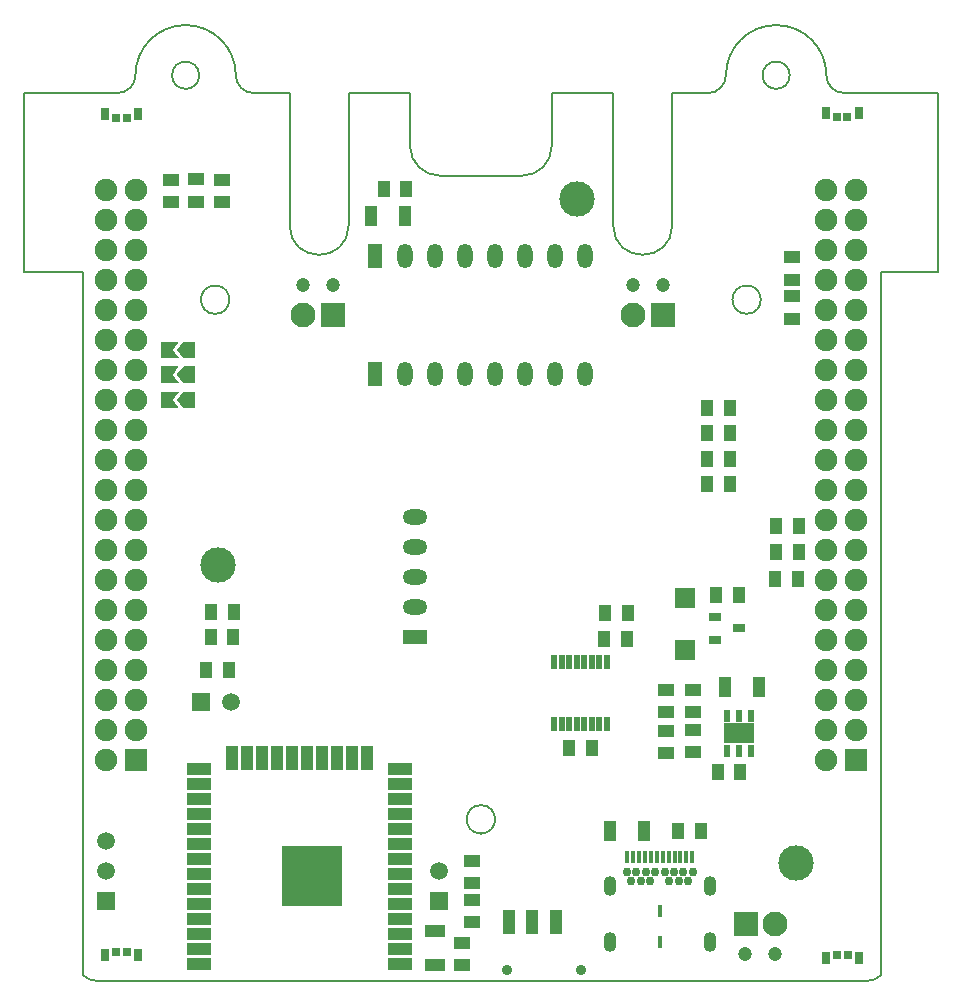
<source format=gts>
%TF.GenerationSoftware,KiCad,Pcbnew,(5.1.6-0-10_14)*%
%TF.CreationDate,2021-04-08T13:38:14+02:00*%
%TF.ProjectId,gb-mainboard,67622d6d-6169-46e6-926f-6172642e6b69,rev?*%
%TF.SameCoordinates,Original*%
%TF.FileFunction,Soldermask,Top*%
%TF.FilePolarity,Negative*%
%FSLAX46Y46*%
G04 Gerber Fmt 4.6, Leading zero omitted, Abs format (unit mm)*
G04 Created by KiCad (PCBNEW (5.1.6-0-10_14)) date 2021-04-08 13:38:14*
%MOMM*%
%LPD*%
G01*
G04 APERTURE LIST*
%TA.AperFunction,Profile*%
%ADD10C,0.150000*%
%TD*%
%ADD11O,2.100000X1.300000*%
%ADD12R,2.100000X1.300000*%
%ADD13C,3.000000*%
%ADD14R,1.000000X1.400000*%
%ADD15R,2.100000X1.000000*%
%ADD16R,1.000000X2.100000*%
%ADD17R,5.100000X5.100000*%
%ADD18R,1.300000X2.100000*%
%ADD19O,1.300000X2.100000*%
%ADD20R,1.900000X1.900000*%
%ADD21C,1.900000*%
%ADD22C,0.750000*%
%ADD23O,1.100000X1.700000*%
%ADD24R,0.400000X1.100000*%
%ADD25R,0.300000X1.100000*%
%ADD26R,2.100000X2.100000*%
%ADD27C,2.100000*%
%ADD28C,1.200000*%
%ADD29R,1.000000X1.800000*%
%ADD30R,1.400000X1.000000*%
%ADD31R,0.500000X1.300000*%
%ADD32R,0.600000X1.000000*%
%ADD33R,2.600000X1.700000*%
%ADD34R,1.100000X0.700000*%
%ADD35R,1.100000X2.000000*%
%ADD36C,0.900000*%
%ADD37R,1.800000X1.000000*%
%ADD38R,0.700000X0.700000*%
%ADD39R,0.700000X1.000000*%
%ADD40C,1.500000*%
%ADD41R,1.500000X1.500000*%
%ADD42R,1.800000X1.700000*%
%ADD43C,0.100000*%
G04 APERTURE END LIST*
D10*
X154959999Y-58430000D02*
G75*
G02*
X152659999Y-58430000I-1150000J0D01*
G01*
X152659999Y-58430000D02*
G75*
G02*
X154959999Y-58430000I1150000J0D01*
G01*
X102660000Y-58430000D02*
G75*
G02*
X104960000Y-58430000I1150000J0D01*
G01*
X104960000Y-58430000D02*
G75*
G02*
X102660000Y-58430000I-1150000J0D01*
G01*
X106310000Y-78630000D02*
G75*
G02*
X106310000Y-76230000I0J1200000D01*
G01*
X106310000Y-76230000D02*
G75*
G02*
X106310000Y-78630000I0J-1200000D01*
G01*
X151309999Y-78630000D02*
G75*
G02*
X151309999Y-76230000I0J1200000D01*
G01*
X151309999Y-76230000D02*
G75*
G02*
X151309999Y-78630000I0J-1200000D01*
G01*
X128809999Y-122630000D02*
X128809999Y-122630000D01*
X128809999Y-122630000D02*
G75*
G02*
X128809999Y-120230000I0J1200000D01*
G01*
X128809999Y-120230000D02*
G75*
G02*
X128809999Y-122630000I0J-1200000D01*
G01*
X167509999Y-59930000D02*
X167509999Y-75130000D01*
X159559999Y-59930000D02*
X167509999Y-59930000D01*
X159559999Y-59930000D02*
G75*
G02*
X158059999Y-58430000I547J1500547D01*
G01*
X153809997Y-54180000D02*
G75*
G02*
X158059999Y-58430000I-1549J-4251551D01*
G01*
X149559998Y-58433101D02*
G75*
G02*
X153809999Y-54180000I4251551J1550D01*
G01*
X149559998Y-58429999D02*
G75*
G02*
X148059999Y-59930000I-1500547J546D01*
G01*
X145009999Y-59930000D02*
X148059999Y-59930000D01*
X145009999Y-71130000D02*
X145009999Y-59930000D01*
X145009999Y-71130000D02*
G75*
G02*
X140009999Y-71130000I-2500000J0D01*
G01*
X140009999Y-59930000D02*
X140009999Y-71130000D01*
X134809999Y-59930000D02*
X140009999Y-59930000D01*
X134809999Y-64430000D02*
X134809999Y-59930000D01*
X134809998Y-64430000D02*
G75*
G02*
X132309999Y-66930000I-2509490J9490D01*
G01*
X125309999Y-66930000D02*
X132309999Y-66930000D01*
X125309999Y-66930001D02*
G75*
G02*
X122809999Y-64430000I9491J2509491D01*
G01*
X122809999Y-59930000D02*
X122809999Y-64430000D01*
X117610000Y-59930000D02*
X122809999Y-59930000D01*
X117610000Y-71130000D02*
X117610000Y-59930000D01*
X117610001Y-71130000D02*
G75*
G02*
X112609999Y-71130000I-2500001J0D01*
G01*
X112609999Y-59930000D02*
X112609999Y-71130000D01*
X109560000Y-59930000D02*
X112609999Y-59930000D01*
X109560000Y-59930000D02*
G75*
G02*
X108060000Y-58430000I547J1500547D01*
G01*
X103809998Y-54180000D02*
G75*
G02*
X108060000Y-58430000I-1549J-4251551D01*
G01*
X99559999Y-58430001D02*
G75*
G02*
X103810000Y-54180000I4251551J-1550D01*
G01*
X99559999Y-58429999D02*
G75*
G02*
X98060000Y-59930000I-1500547J546D01*
G01*
X95110000Y-134630000D02*
X95110000Y-75120000D01*
X96433000Y-135130000D02*
G75*
G02*
X95110000Y-134630000I-1315J1996850D01*
G01*
X161387000Y-135130001D02*
X96433000Y-135130000D01*
X162710000Y-134630000D02*
G75*
G02*
X161387000Y-135130001I-1321686J1496849D01*
G01*
X162710000Y-75130000D02*
X162710000Y-134630000D01*
X167509999Y-75130000D02*
X162710000Y-75130000D01*
X90110000Y-59930000D02*
X98060000Y-59930000D01*
X90110000Y-75130000D02*
X90110000Y-59930000D01*
X95110000Y-75120000D02*
X90110000Y-75130000D01*
D11*
%TO.C,BRD102*%
X123207000Y-95871000D03*
X123207000Y-98411000D03*
X123207000Y-100951000D03*
X123207000Y-103491000D03*
D12*
X123207000Y-106031000D03*
%TD*%
D13*
%TO.C,VAL\u002A\u002A*%
X106560000Y-99930000D03*
%TD*%
%TO.C,VAL\u002A\u002A*%
X155460000Y-125130000D03*
%TD*%
%TO.C,VAL\u002A\u002A*%
X136960000Y-68930000D03*
%TD*%
D14*
%TO.C,DL108*%
X147961000Y-86600000D03*
X149861000Y-86600000D03*
%TD*%
%TO.C,DL109*%
X149861000Y-90918000D03*
X147961000Y-90918000D03*
%TD*%
%TO.C,R109*%
X149861000Y-88759000D03*
X147961000Y-88759000D03*
%TD*%
%TO.C,R110*%
X147961000Y-93077000D03*
X149861000Y-93077000D03*
%TD*%
D15*
%TO.C,U101*%
X104978000Y-133717000D03*
X104978000Y-132447000D03*
X104978000Y-131177000D03*
X104978000Y-129907000D03*
X104978000Y-128637000D03*
X104978000Y-127367000D03*
X104978000Y-126097000D03*
X104978000Y-124827000D03*
X104978000Y-123557000D03*
X104978000Y-122287000D03*
X104978000Y-121017000D03*
X104978000Y-119747000D03*
X104978000Y-118477000D03*
X104978000Y-117207000D03*
D16*
X107763000Y-116207000D03*
X109033000Y-116207000D03*
X110303000Y-116207000D03*
X111573000Y-116207000D03*
X112843000Y-116207000D03*
X114113000Y-116207000D03*
X115383000Y-116207000D03*
X116653000Y-116207000D03*
X117923000Y-116207000D03*
X119193000Y-116207000D03*
D15*
X121978000Y-117207000D03*
X121978000Y-118477000D03*
X121978000Y-119747000D03*
X121978000Y-121017000D03*
X121978000Y-122287000D03*
X121978000Y-123557000D03*
X121978000Y-124827000D03*
X121978000Y-126097000D03*
X121978000Y-127367000D03*
X121978000Y-128637000D03*
X121978000Y-129907000D03*
X121978000Y-131177000D03*
X121978000Y-132447000D03*
X121978000Y-133717000D03*
D17*
X114478000Y-126217000D03*
%TD*%
D18*
%TO.C,BRD101*%
X119828000Y-73696000D03*
X119828000Y-83756000D03*
D19*
X122368000Y-73696000D03*
X122368000Y-83756000D03*
X124908000Y-73696000D03*
X124908000Y-83756000D03*
X127448000Y-73696000D03*
X127448000Y-83756000D03*
X129988000Y-73696000D03*
X129988000Y-83756000D03*
X132528000Y-73696000D03*
X132528000Y-83756000D03*
X135068000Y-73696000D03*
X135068000Y-83756000D03*
X137608000Y-73696000D03*
X137608000Y-83756000D03*
%TD*%
D20*
%TO.C,P101*%
X160595000Y-116445000D03*
D21*
X158055000Y-116445000D03*
X160595000Y-113905000D03*
X158055000Y-113905000D03*
X160595000Y-111365000D03*
X158055000Y-111365000D03*
X160595000Y-108825000D03*
X158055000Y-108825000D03*
X160595000Y-106285000D03*
X158055000Y-106285000D03*
X160595000Y-103745000D03*
X158055000Y-103745000D03*
X160595000Y-101205000D03*
X158055000Y-101205000D03*
X160595000Y-98665000D03*
X158055000Y-98665000D03*
X160595000Y-96125000D03*
X158055000Y-96125000D03*
X160595000Y-93585000D03*
X158055000Y-93585000D03*
X160595000Y-91045000D03*
X158055000Y-91045000D03*
X160595000Y-88505000D03*
X158055000Y-88505000D03*
X160595000Y-85965000D03*
X158055000Y-85965000D03*
X160595000Y-83425000D03*
X158055000Y-83425000D03*
X160595000Y-80885000D03*
X158055000Y-80885000D03*
X160595000Y-78345000D03*
X158055000Y-78345000D03*
X160595000Y-75805000D03*
X158055000Y-75805000D03*
X160595000Y-73265000D03*
X158055000Y-73265000D03*
X160595000Y-70725000D03*
X158055000Y-70725000D03*
X160595000Y-68185000D03*
X158055000Y-68185000D03*
%TD*%
%TO.C,P102*%
X97095000Y-68185000D03*
X99635000Y-68185000D03*
X97095000Y-70725000D03*
X99635000Y-70725000D03*
X97095000Y-73265000D03*
X99635000Y-73265000D03*
X97095000Y-75805000D03*
X99635000Y-75805000D03*
X97095000Y-78345000D03*
X99635000Y-78345000D03*
X97095000Y-80885000D03*
X99635000Y-80885000D03*
X97095000Y-83425000D03*
X99635000Y-83425000D03*
X97095000Y-85965000D03*
X99635000Y-85965000D03*
X97095000Y-88505000D03*
X99635000Y-88505000D03*
X97095000Y-91045000D03*
X99635000Y-91045000D03*
X97095000Y-93585000D03*
X99635000Y-93585000D03*
X97095000Y-96125000D03*
X99635000Y-96125000D03*
X97095000Y-98665000D03*
X99635000Y-98665000D03*
X97095000Y-101205000D03*
X99635000Y-101205000D03*
X97095000Y-103745000D03*
X99635000Y-103745000D03*
X97095000Y-106285000D03*
X99635000Y-106285000D03*
X97095000Y-108825000D03*
X99635000Y-108825000D03*
X97095000Y-111365000D03*
X99635000Y-111365000D03*
X97095000Y-113905000D03*
X99635000Y-113905000D03*
X97095000Y-116445000D03*
D20*
X99635000Y-116445000D03*
%TD*%
D22*
%TO.C,P105*%
X146758000Y-125888000D03*
X146358000Y-126613000D03*
X145958000Y-125888000D03*
X145158000Y-125888000D03*
X144358000Y-125888000D03*
X143558000Y-125888000D03*
X142758000Y-125888000D03*
X141958000Y-125888000D03*
X141158000Y-125888000D03*
X145558000Y-126613000D03*
X144758000Y-126613000D03*
X143158000Y-126613000D03*
X142358000Y-126613000D03*
X141558000Y-126613000D03*
D23*
X148208000Y-127038000D03*
X139708000Y-127038000D03*
X148208000Y-131788000D03*
X139708000Y-131788000D03*
D24*
X141208000Y-124638000D03*
X141708000Y-124638000D03*
X142208000Y-124638000D03*
X142708000Y-124638000D03*
X143208000Y-124638000D03*
X143708000Y-124638000D03*
X144208000Y-124638000D03*
X144708000Y-124638000D03*
X145208000Y-124638000D03*
X145708000Y-124638000D03*
X146208000Y-124638000D03*
X146708000Y-124638000D03*
D25*
X143958000Y-131788000D03*
X143958000Y-129188000D03*
%TD*%
D26*
%TO.C,P103*%
X116252000Y-78726000D03*
D27*
X113752000Y-78726000D03*
D28*
X116272000Y-76186000D03*
X113732000Y-76186000D03*
%TD*%
D26*
%TO.C,P104*%
X144192000Y-78726000D03*
D27*
X141692000Y-78726000D03*
D28*
X144212000Y-76186000D03*
X141672000Y-76186000D03*
%TD*%
D14*
%TO.C,C101*%
X139259000Y-106158000D03*
X141159000Y-106158000D03*
%TD*%
%TO.C,C102*%
X138177000Y-115429000D03*
X136277000Y-115429000D03*
%TD*%
D29*
%TO.C,C103*%
X142614000Y-122414000D03*
X139714000Y-122414000D03*
%TD*%
D14*
%TO.C,C104*%
X139325000Y-103999000D03*
X141225000Y-103999000D03*
%TD*%
D30*
%TO.C,DL101*%
X146752000Y-112376000D03*
X146752000Y-110476000D03*
%TD*%
%TO.C,DL102*%
X144466000Y-110476000D03*
X144466000Y-112376000D03*
%TD*%
%TO.C,R101*%
X146752000Y-115744000D03*
X146752000Y-113844000D03*
%TD*%
%TO.C,R102*%
X144466000Y-113910000D03*
X144466000Y-115810000D03*
%TD*%
D14*
%TO.C,R103*%
X150750000Y-117461000D03*
X148850000Y-117461000D03*
%TD*%
D31*
%TO.C,U102*%
X135004500Y-113330000D03*
X135639500Y-113330000D03*
X136274500Y-113330000D03*
X136909500Y-113330000D03*
X137544500Y-113330000D03*
X138179500Y-113330000D03*
X138814500Y-113330000D03*
X139449500Y-113330000D03*
X139449500Y-108130000D03*
X138814500Y-108130000D03*
X138179500Y-108130000D03*
X137544500Y-108130000D03*
X136909500Y-108130000D03*
X136274500Y-108130000D03*
X135639500Y-108130000D03*
X135004500Y-108130000D03*
%TD*%
D32*
%TO.C,U103*%
X151689000Y-112659000D03*
X150689000Y-112659000D03*
X149689000Y-112659000D03*
X149689000Y-115659000D03*
X150689000Y-115659000D03*
X151689000Y-115659000D03*
D33*
X150689000Y-114159000D03*
%TD*%
D29*
%TO.C,C105*%
X152393000Y-110222000D03*
X149493000Y-110222000D03*
%TD*%
D14*
%TO.C,DL103*%
X107885000Y-103872000D03*
X105985000Y-103872000D03*
%TD*%
D34*
%TO.C,Q101*%
X148673000Y-104319000D03*
X148673000Y-106219000D03*
X150673000Y-105269000D03*
%TD*%
D14*
%TO.C,R104*%
X148723000Y-102475000D03*
X150623000Y-102475000D03*
%TD*%
%TO.C,R105*%
X107824000Y-106031000D03*
X105924000Y-106031000D03*
%TD*%
D35*
%TO.C,SW101*%
X135179000Y-130155000D03*
D36*
X131054000Y-134205000D03*
X137304000Y-134205000D03*
D35*
X133179000Y-130155000D03*
X131179000Y-130155000D03*
%TD*%
D30*
%TO.C,C106*%
X128083000Y-126854000D03*
X128083000Y-124954000D03*
%TD*%
D37*
%TO.C,C107*%
X124908000Y-133770000D03*
X124908000Y-130870000D03*
%TD*%
D30*
%TO.C,C108*%
X127194000Y-131878000D03*
X127194000Y-133778000D03*
%TD*%
D14*
%TO.C,C109*%
X107443000Y-108825000D03*
X105543000Y-108825000D03*
%TD*%
D29*
%TO.C,C110*%
X122421000Y-70344000D03*
X119521000Y-70344000D03*
%TD*%
D14*
%TO.C,C111*%
X120595000Y-68058000D03*
X122495000Y-68058000D03*
%TD*%
D38*
%TO.C,DL104*%
X158944000Y-61962000D03*
X159844000Y-61962000D03*
D39*
X157994000Y-61662000D03*
X160794000Y-61662000D03*
%TD*%
%TO.C,DL105*%
X158052000Y-133209000D03*
X160852000Y-133209000D03*
D38*
X159002000Y-132909000D03*
X159902000Y-132909000D03*
%TD*%
%TO.C,DL106*%
X98815000Y-132655000D03*
X97915000Y-132655000D03*
D39*
X99765000Y-132955000D03*
X96965000Y-132955000D03*
%TD*%
%TO.C,DL107*%
X99765000Y-61708000D03*
X96965000Y-61708000D03*
D38*
X98815000Y-62008000D03*
X97915000Y-62008000D03*
%TD*%
D40*
%TO.C,P107*%
X125289000Y-125843000D03*
D41*
X125289000Y-128383000D03*
%TD*%
%TO.C,P108*%
X105096000Y-111492000D03*
D40*
X107636000Y-111492000D03*
%TD*%
%TO.C,P109*%
X97095000Y-125843000D03*
D41*
X97095000Y-128383000D03*
D40*
X97095000Y-123303000D03*
%TD*%
D30*
%TO.C,R106*%
X128083000Y-130156000D03*
X128083000Y-128256000D03*
%TD*%
%TO.C,R107*%
X155134000Y-79041000D03*
X155134000Y-77141000D03*
%TD*%
%TO.C,R108*%
X155134000Y-73839000D03*
X155134000Y-75739000D03*
%TD*%
D26*
%TO.C,P106*%
X151217000Y-130288000D03*
D27*
X153717000Y-130288000D03*
D28*
X151197000Y-132828000D03*
X153737000Y-132828000D03*
%TD*%
D14*
%TO.C,R111*%
X153742000Y-101078000D03*
X155642000Y-101078000D03*
%TD*%
%TO.C,R112*%
X155703000Y-98792000D03*
X153803000Y-98792000D03*
%TD*%
%TO.C,R113*%
X153803000Y-96633000D03*
X155703000Y-96633000D03*
%TD*%
D30*
%TO.C,R114*%
X102556000Y-69196000D03*
X102556000Y-67296000D03*
%TD*%
%TO.C,R115*%
X104715000Y-67235000D03*
X104715000Y-69135000D03*
%TD*%
%TO.C,R116*%
X106874000Y-69201000D03*
X106874000Y-67301000D03*
%TD*%
D14*
%TO.C,D101*%
X147410000Y-122430000D03*
X145510000Y-122430000D03*
%TD*%
D42*
%TO.C,D102*%
X146110000Y-102730000D03*
X146110000Y-107130000D03*
%TD*%
D43*
%TO.C,J101*%
G36*
X103169755Y-85230961D02*
G01*
X103179134Y-85233806D01*
X103187779Y-85238427D01*
X103195355Y-85244645D01*
X103201573Y-85252221D01*
X103206194Y-85260866D01*
X103209039Y-85270245D01*
X103210000Y-85280000D01*
X103209039Y-85289755D01*
X103206194Y-85299134D01*
X103199631Y-85310486D01*
X102723082Y-85930000D01*
X103199631Y-86549514D01*
X103204817Y-86557832D01*
X103208281Y-86567001D01*
X103209889Y-86576670D01*
X103209580Y-86586467D01*
X103207366Y-86596015D01*
X103203331Y-86604948D01*
X103197631Y-86612922D01*
X103190486Y-86619631D01*
X103182168Y-86624817D01*
X103172999Y-86628281D01*
X103160000Y-86630000D01*
X101760000Y-86630000D01*
X101750245Y-86629039D01*
X101740866Y-86626194D01*
X101732221Y-86621573D01*
X101724645Y-86615355D01*
X101718427Y-86607779D01*
X101713806Y-86599134D01*
X101710961Y-86589755D01*
X101710000Y-86580000D01*
X101710000Y-85280000D01*
X101710961Y-85270245D01*
X101713806Y-85260866D01*
X101718427Y-85252221D01*
X101724645Y-85244645D01*
X101732221Y-85238427D01*
X101740866Y-85233806D01*
X101750245Y-85230961D01*
X101760000Y-85230000D01*
X103160000Y-85230000D01*
X103169755Y-85230961D01*
G37*
G36*
X104569755Y-85230961D02*
G01*
X104579134Y-85233806D01*
X104587779Y-85238427D01*
X104595355Y-85244645D01*
X104601573Y-85252221D01*
X104606194Y-85260866D01*
X104609039Y-85270245D01*
X104610000Y-85280000D01*
X104610000Y-86580000D01*
X104609039Y-86589755D01*
X104606194Y-86599134D01*
X104601573Y-86607779D01*
X104595355Y-86615355D01*
X104587779Y-86621573D01*
X104579134Y-86626194D01*
X104569755Y-86629039D01*
X104560000Y-86630000D01*
X103660000Y-86630000D01*
X103650245Y-86629039D01*
X103640866Y-86626194D01*
X103632221Y-86621573D01*
X103624645Y-86615355D01*
X103620369Y-86610486D01*
X103120369Y-85960486D01*
X103115183Y-85952168D01*
X103111719Y-85942999D01*
X103110111Y-85933330D01*
X103110420Y-85923533D01*
X103112634Y-85913985D01*
X103116669Y-85905052D01*
X103120369Y-85899514D01*
X103620369Y-85249514D01*
X103627078Y-85242369D01*
X103635052Y-85236669D01*
X103643985Y-85232634D01*
X103653533Y-85230420D01*
X103660000Y-85230000D01*
X104560000Y-85230000D01*
X104569755Y-85230961D01*
G37*
%TD*%
%TO.C,J102*%
G36*
X103169755Y-83080961D02*
G01*
X103179134Y-83083806D01*
X103187779Y-83088427D01*
X103195355Y-83094645D01*
X103201573Y-83102221D01*
X103206194Y-83110866D01*
X103209039Y-83120245D01*
X103210000Y-83130000D01*
X103209039Y-83139755D01*
X103206194Y-83149134D01*
X103199631Y-83160486D01*
X102723082Y-83780000D01*
X103199631Y-84399514D01*
X103204817Y-84407832D01*
X103208281Y-84417001D01*
X103209889Y-84426670D01*
X103209580Y-84436467D01*
X103207366Y-84446015D01*
X103203331Y-84454948D01*
X103197631Y-84462922D01*
X103190486Y-84469631D01*
X103182168Y-84474817D01*
X103172999Y-84478281D01*
X103160000Y-84480000D01*
X101760000Y-84480000D01*
X101750245Y-84479039D01*
X101740866Y-84476194D01*
X101732221Y-84471573D01*
X101724645Y-84465355D01*
X101718427Y-84457779D01*
X101713806Y-84449134D01*
X101710961Y-84439755D01*
X101710000Y-84430000D01*
X101710000Y-83130000D01*
X101710961Y-83120245D01*
X101713806Y-83110866D01*
X101718427Y-83102221D01*
X101724645Y-83094645D01*
X101732221Y-83088427D01*
X101740866Y-83083806D01*
X101750245Y-83080961D01*
X101760000Y-83080000D01*
X103160000Y-83080000D01*
X103169755Y-83080961D01*
G37*
G36*
X104569755Y-83080961D02*
G01*
X104579134Y-83083806D01*
X104587779Y-83088427D01*
X104595355Y-83094645D01*
X104601573Y-83102221D01*
X104606194Y-83110866D01*
X104609039Y-83120245D01*
X104610000Y-83130000D01*
X104610000Y-84430000D01*
X104609039Y-84439755D01*
X104606194Y-84449134D01*
X104601573Y-84457779D01*
X104595355Y-84465355D01*
X104587779Y-84471573D01*
X104579134Y-84476194D01*
X104569755Y-84479039D01*
X104560000Y-84480000D01*
X103660000Y-84480000D01*
X103650245Y-84479039D01*
X103640866Y-84476194D01*
X103632221Y-84471573D01*
X103624645Y-84465355D01*
X103620369Y-84460486D01*
X103120369Y-83810486D01*
X103115183Y-83802168D01*
X103111719Y-83792999D01*
X103110111Y-83783330D01*
X103110420Y-83773533D01*
X103112634Y-83763985D01*
X103116669Y-83755052D01*
X103120369Y-83749514D01*
X103620369Y-83099514D01*
X103627078Y-83092369D01*
X103635052Y-83086669D01*
X103643985Y-83082634D01*
X103653533Y-83080420D01*
X103660000Y-83080000D01*
X104560000Y-83080000D01*
X104569755Y-83080961D01*
G37*
%TD*%
%TO.C,J103*%
G36*
X104569755Y-80980961D02*
G01*
X104579134Y-80983806D01*
X104587779Y-80988427D01*
X104595355Y-80994645D01*
X104601573Y-81002221D01*
X104606194Y-81010866D01*
X104609039Y-81020245D01*
X104610000Y-81030000D01*
X104610000Y-82330000D01*
X104609039Y-82339755D01*
X104606194Y-82349134D01*
X104601573Y-82357779D01*
X104595355Y-82365355D01*
X104587779Y-82371573D01*
X104579134Y-82376194D01*
X104569755Y-82379039D01*
X104560000Y-82380000D01*
X103660000Y-82380000D01*
X103650245Y-82379039D01*
X103640866Y-82376194D01*
X103632221Y-82371573D01*
X103624645Y-82365355D01*
X103620369Y-82360486D01*
X103120369Y-81710486D01*
X103115183Y-81702168D01*
X103111719Y-81692999D01*
X103110111Y-81683330D01*
X103110420Y-81673533D01*
X103112634Y-81663985D01*
X103116669Y-81655052D01*
X103120369Y-81649514D01*
X103620369Y-80999514D01*
X103627078Y-80992369D01*
X103635052Y-80986669D01*
X103643985Y-80982634D01*
X103653533Y-80980420D01*
X103660000Y-80980000D01*
X104560000Y-80980000D01*
X104569755Y-80980961D01*
G37*
G36*
X103169755Y-80980961D02*
G01*
X103179134Y-80983806D01*
X103187779Y-80988427D01*
X103195355Y-80994645D01*
X103201573Y-81002221D01*
X103206194Y-81010866D01*
X103209039Y-81020245D01*
X103210000Y-81030000D01*
X103209039Y-81039755D01*
X103206194Y-81049134D01*
X103199631Y-81060486D01*
X102723082Y-81680000D01*
X103199631Y-82299514D01*
X103204817Y-82307832D01*
X103208281Y-82317001D01*
X103209889Y-82326670D01*
X103209580Y-82336467D01*
X103207366Y-82346015D01*
X103203331Y-82354948D01*
X103197631Y-82362922D01*
X103190486Y-82369631D01*
X103182168Y-82374817D01*
X103172999Y-82378281D01*
X103160000Y-82380000D01*
X101760000Y-82380000D01*
X101750245Y-82379039D01*
X101740866Y-82376194D01*
X101732221Y-82371573D01*
X101724645Y-82365355D01*
X101718427Y-82357779D01*
X101713806Y-82349134D01*
X101710961Y-82339755D01*
X101710000Y-82330000D01*
X101710000Y-81030000D01*
X101710961Y-81020245D01*
X101713806Y-81010866D01*
X101718427Y-81002221D01*
X101724645Y-80994645D01*
X101732221Y-80988427D01*
X101740866Y-80983806D01*
X101750245Y-80980961D01*
X101760000Y-80980000D01*
X103160000Y-80980000D01*
X103169755Y-80980961D01*
G37*
%TD*%
M02*

</source>
